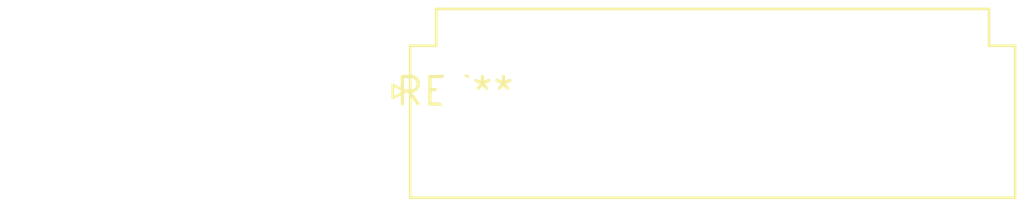
<source format=kicad_pcb>
(kicad_pcb (version 20240108) (generator pcbnew)
  (layers (0 "F.Cu" signal) (31 "B.Cu" signal) (34 "B.Paste" user) (35 "F.Paste" user) (36 "B.SilkS" user "B.Silkscreen") (37 "F.SilkS" user "F.Silkscreen") (38 "B.Mask" user) (39 "F.Mask" user) (44 "Edge.Cuts" user))
  (net 0 "")
  (footprint "JST_VH_B7P-VH-B_1x07_P3.96mm_Vertical" (layer "F.Cu") (at 0 0)
    (property "Reference" "REF**")
    (property "Value" "JST_VH_B7P-VH-B_1x07_P3.96mm_Vertical")
    (fp_line (start -2.86 -0.3) (end -2.26 0) (layer "F.SilkS") (stroke (width 0.12)))
    (fp_line (start -2.86 0.3) (end -2.86 -0.3) (layer "F.SilkS") (stroke (width 0.12)))
    (fp_line (start -2.26 0) (end -2.86 0.3) (layer "F.SilkS") (stroke (width 0.12)))
    (fp_line (start -2.06 -2.11) (end -0.86 -2.11) (layer "F.SilkS") (stroke (width 0.12)))
    (fp_line (start -2.06 4.91) (end -2.06 -2.11) (layer "F.SilkS") (stroke (width 0.12)))
    (fp_line (start -0.86 -3.81) (end 24.62 -3.81) (layer "F.SilkS") (stroke (width 0.12)))
    (fp_line (start -0.86 -2.11) (end -0.86 -3.81) (layer "F.SilkS") (stroke (width 0.12)))
    (fp_line (start 24.62 -3.81) (end 24.62 -2.11) (layer "F.SilkS") (stroke (width 0.12)))
    (fp_line (start 24.62 -2.11) (end 25.82 -2.11) (layer "F.SilkS") (stroke (width 0.12)))
    (fp_line (start 25.82 -2.11) (end 25.82 4.91) (layer "F.SilkS") (stroke (width 0.12)))
    (fp_line (start 25.82 4.91) (end -2.06 4.91) (layer "F.SilkS") (stroke (width 0.12)))
    (pad "1" thru_hole roundrect (at 0 0) (size 2.7 2.7) (drill 1.7) (layers *.Cu *.Mask) (remove_unused_layers) (roundrect_rratio 0.092593))
    (pad "2" thru_hole circle (at 3.96 0) (size 2.7 2.7) (drill 1.7) (layers *.Cu *.Mask) (remove_unused_layers))
    (pad "3" thru_hole circle (at 7.92 0) (size 2.7 2.7) (drill 1.7) (layers *.Cu *.Mask) (remove_unused_layers))
    (pad "4" thru_hole circle (at 11.88 0) (size 2.7 2.7) (drill 1.7) (layers *.Cu *.Mask) (remove_unused_layers))
    (pad "5" thru_hole circle (at 15.84 0) (size 2.7 2.7) (drill 1.7) (layers *.Cu *.Mask) (remove_unused_layers))
    (pad "6" thru_hole circle (at 19.8 0) (size 2.7 2.7) (drill 1.7) (layers *.Cu *.Mask) (remove_unused_layers))
    (pad "7" thru_hole circle (at 23.76 0) (size 2.7 2.7) (drill 1.7) (layers *.Cu *.Mask) (remove_unused_layers))
  )
)
</source>
